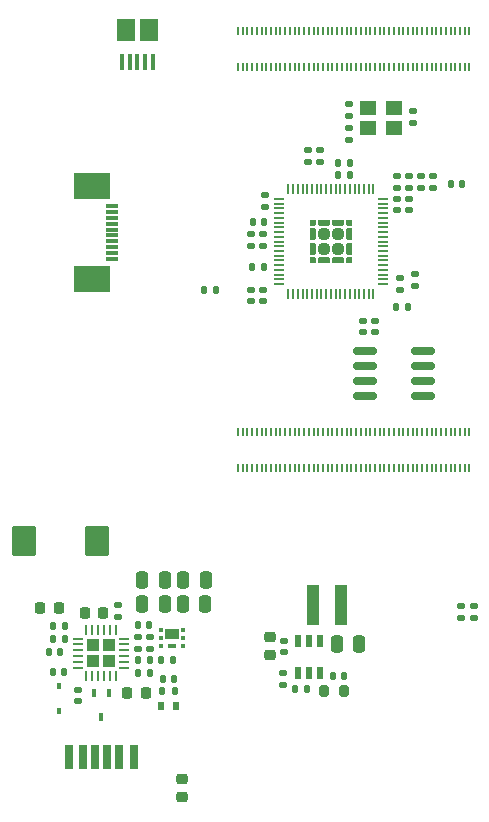
<source format=gbr>
%TF.GenerationSoftware,KiCad,Pcbnew,(6.0.4)*%
%TF.CreationDate,2022-08-11T23:06:16+02:00*%
%TF.ProjectId,MainBoard,4d61696e-426f-4617-9264-2e6b69636164,rev?*%
%TF.SameCoordinates,PXa344e00PY7102aa0*%
%TF.FileFunction,Paste,Top*%
%TF.FilePolarity,Positive*%
%FSLAX46Y46*%
G04 Gerber Fmt 4.6, Leading zero omitted, Abs format (unit mm)*
G04 Created by KiCad (PCBNEW (6.0.4)) date 2022-08-11 23:06:16*
%MOMM*%
%LPD*%
G01*
G04 APERTURE LIST*
G04 Aperture macros list*
%AMRoundRect*
0 Rectangle with rounded corners*
0 $1 Rounding radius*
0 $2 $3 $4 $5 $6 $7 $8 $9 X,Y pos of 4 corners*
0 Add a 4 corners polygon primitive as box body*
4,1,4,$2,$3,$4,$5,$6,$7,$8,$9,$2,$3,0*
0 Add four circle primitives for the rounded corners*
1,1,$1+$1,$2,$3*
1,1,$1+$1,$4,$5*
1,1,$1+$1,$6,$7*
1,1,$1+$1,$8,$9*
0 Add four rect primitives between the rounded corners*
20,1,$1+$1,$2,$3,$4,$5,0*
20,1,$1+$1,$4,$5,$6,$7,0*
20,1,$1+$1,$6,$7,$8,$9,0*
20,1,$1+$1,$8,$9,$2,$3,0*%
%AMFreePoly0*
4,1,16,0.405432,0.261726,0.405432,0.261725,0.463283,0.203876,0.483736,0.154497,0.483736,-0.212347,0.463283,-0.261726,0.413904,-0.282179,-0.413904,-0.282179,-0.463283,-0.261726,-0.483736,-0.212347,-0.483736,0.154497,-0.463281,0.203877,-0.405432,0.261726,-0.356053,0.282179,0.356053,0.282179,0.405432,0.261726,0.405432,0.261726,$1*%
%AMFreePoly1*
4,1,15,0.463283,0.261726,0.483736,0.212347,0.483736,-0.154497,0.463281,-0.203877,0.405432,-0.261726,0.356053,-0.282179,-0.356053,-0.282179,-0.405433,-0.261724,-0.463283,-0.203876,-0.483736,-0.154497,-0.483736,0.212347,-0.463283,0.261726,-0.413904,0.282179,0.413904,0.282179,0.463283,0.261726,0.463283,0.261726,$1*%
%AMFreePoly2*
4,1,16,0.261726,0.463283,0.282179,0.413904,0.282179,-0.413904,0.261726,-0.463283,0.212347,-0.483736,-0.154498,-0.483736,-0.168960,-0.477745,-0.203877,-0.463281,-0.261726,-0.405432,-0.282179,-0.356053,-0.282179,0.356053,-0.261724,0.405433,-0.203876,0.463283,-0.154498,0.483736,0.212347,0.483736,0.261726,0.463283,0.261726,0.463283,$1*%
%AMFreePoly3*
4,1,48,0.193769,0.277084,0.210256,0.277084,0.223594,0.267393,0.239272,0.262299,0.248962,0.248962,0.262299,0.239272,0.267393,0.223594,0.277084,0.210256,0.277084,0.193769,0.282178,0.178092,0.282178,-0.178092,0.277084,-0.193769,0.277084,-0.210256,0.267393,-0.223594,0.262299,-0.239272,0.248962,-0.248962,0.239272,-0.262299,0.223594,-0.267393,0.210256,-0.277084,0.193769,-0.277084,
0.178092,-0.282178,-0.091864,-0.282178,-0.099852,-0.279582,-0.108146,-0.280896,-0.129862,-0.269831,-0.153044,-0.262299,-0.157980,-0.255505,-0.165464,-0.251692,-0.251692,-0.165464,-0.255505,-0.157980,-0.262299,-0.153044,-0.269831,-0.129864,-0.280896,-0.108147,-0.279582,-0.099852,-0.282178,-0.091864,-0.282178,0.178092,-0.277084,0.193769,-0.277084,0.210256,-0.267393,0.223594,-0.262299,0.239272,
-0.248962,0.248962,-0.239272,0.262299,-0.223594,0.267393,-0.210256,0.277084,-0.193769,0.277084,-0.178092,0.282178,0.178092,0.282178,0.193769,0.277084,0.193769,0.277084,$1*%
%AMFreePoly4*
4,1,16,0.168960,0.477745,0.203876,0.463282,0.261726,0.405432,0.282179,0.356053,0.282179,-0.356053,0.261724,-0.405433,0.203876,-0.463283,0.154498,-0.483736,-0.212347,-0.483736,-0.261726,-0.463283,-0.282179,-0.413904,-0.282179,0.413904,-0.261726,0.463283,-0.212347,0.483736,0.154498,0.483736,0.168960,0.477745,0.168960,0.477745,$1*%
%AMFreePoly5*
4,1,48,0.099852,0.279582,0.108147,0.280896,0.129864,0.269831,0.153044,0.262299,0.157980,0.255505,0.165464,0.251692,0.251692,0.165464,0.255505,0.157980,0.262299,0.153044,0.269831,0.129862,0.280896,0.108146,0.279582,0.099852,0.282178,0.091864,0.282178,-0.178092,0.277084,-0.193769,0.277084,-0.210256,0.267393,-0.223594,0.262299,-0.239272,0.248962,-0.248962,0.239272,-0.262299,
0.223594,-0.267393,0.210256,-0.277084,0.193769,-0.277084,0.178092,-0.282178,-0.178092,-0.282178,-0.193769,-0.277084,-0.210256,-0.277084,-0.223594,-0.267393,-0.239272,-0.262299,-0.248962,-0.248962,-0.262299,-0.239272,-0.267393,-0.223594,-0.277084,-0.210256,-0.277084,-0.193769,-0.282178,-0.178092,-0.282178,0.178092,-0.277084,0.193769,-0.277084,0.210256,-0.267393,0.223594,-0.262299,0.239272,
-0.248962,0.248962,-0.239272,0.262299,-0.223594,0.267393,-0.210256,0.277084,-0.193769,0.277084,-0.178092,0.282178,0.091864,0.282178,0.099852,0.279582,0.099852,0.279582,$1*%
%AMFreePoly6*
4,1,48,0.193769,0.277084,0.210256,0.277084,0.223594,0.267393,0.239272,0.262299,0.248962,0.248962,0.262299,0.239272,0.267393,0.223594,0.277084,0.210256,0.277084,0.193769,0.282178,0.178092,0.282178,-0.091864,0.279582,-0.099852,0.280896,-0.108146,0.269831,-0.129862,0.262299,-0.153044,0.255505,-0.157980,0.251692,-0.165464,0.165464,-0.251692,0.157980,-0.255505,0.153044,-0.262299,
0.129864,-0.269831,0.108147,-0.280896,0.099852,-0.279582,0.091864,-0.282178,-0.178092,-0.282178,-0.193769,-0.277084,-0.210256,-0.277084,-0.223594,-0.267393,-0.239272,-0.262299,-0.248962,-0.248962,-0.262299,-0.239272,-0.267393,-0.223594,-0.277084,-0.210256,-0.277084,-0.193769,-0.282178,-0.178092,-0.282178,0.178092,-0.277084,0.193769,-0.277084,0.210256,-0.267393,0.223594,-0.262299,0.239272,
-0.248962,0.248962,-0.239272,0.262299,-0.223594,0.267393,-0.210256,0.277084,-0.193769,0.277084,-0.178092,0.282178,0.178092,0.282178,0.193769,0.277084,0.193769,0.277084,$1*%
%AMFreePoly7*
4,1,48,0.193769,0.277084,0.210256,0.277084,0.223594,0.267393,0.239272,0.262299,0.248962,0.248962,0.262299,0.239272,0.267393,0.223594,0.277084,0.210256,0.277084,0.193769,0.282178,0.178092,0.282178,-0.178092,0.277084,-0.193769,0.277084,-0.210256,0.267393,-0.223594,0.262299,-0.239272,0.248962,-0.248962,0.239272,-0.262299,0.223594,-0.267393,0.210256,-0.277084,0.193769,-0.277084,
0.178092,-0.282178,-0.178092,-0.282178,-0.193769,-0.277084,-0.210256,-0.277084,-0.223594,-0.267393,-0.239272,-0.262299,-0.248962,-0.248962,-0.262299,-0.239272,-0.267393,-0.223594,-0.277084,-0.210256,-0.277084,-0.193769,-0.282178,-0.178092,-0.282178,0.091864,-0.279582,0.099852,-0.280896,0.108147,-0.269831,0.129864,-0.262299,0.153044,-0.255505,0.157980,-0.251692,0.165464,-0.165464,0.251692,
-0.157980,0.255505,-0.153044,0.262299,-0.129862,0.269831,-0.108146,0.280896,-0.099852,0.279582,-0.091864,0.282178,0.178092,0.282178,0.193769,0.277084,0.193769,0.277084,$1*%
G04 Aperture macros list end*
%ADD10RoundRect,0.150000X-0.825000X-0.150000X0.825000X-0.150000X0.825000X0.150000X-0.825000X0.150000X0*%
%ADD11RoundRect,0.140000X0.140000X0.170000X-0.140000X0.170000X-0.140000X-0.170000X0.140000X-0.170000X0*%
%ADD12RoundRect,0.140000X0.170000X-0.140000X0.170000X0.140000X-0.170000X0.140000X-0.170000X-0.140000X0*%
%ADD13RoundRect,0.250000X-0.250000X-0.475000X0.250000X-0.475000X0.250000X0.475000X-0.250000X0.475000X0*%
%ADD14RoundRect,0.135000X-0.185000X0.135000X-0.185000X-0.135000X0.185000X-0.135000X0.185000X0.135000X0*%
%ADD15RoundRect,0.140000X-0.170000X0.140000X-0.170000X-0.140000X0.170000X-0.140000X0.170000X0.140000X0*%
%ADD16R,1.400000X1.200000*%
%ADD17RoundRect,0.218750X0.218750X0.256250X-0.218750X0.256250X-0.218750X-0.256250X0.218750X-0.256250X0*%
%ADD18RoundRect,0.140000X-0.140000X-0.170000X0.140000X-0.170000X0.140000X0.170000X-0.140000X0.170000X0*%
%ADD19RoundRect,0.135000X0.135000X0.185000X-0.135000X0.185000X-0.135000X-0.185000X0.135000X-0.185000X0*%
%ADD20R,0.980000X3.400000*%
%ADD21R,0.599999X1.000001*%
%ADD22RoundRect,0.225000X0.250000X-0.225000X0.250000X0.225000X-0.250000X0.225000X-0.250000X-0.225000X0*%
%ADD23RoundRect,0.135000X0.185000X-0.135000X0.185000X0.135000X-0.185000X0.135000X-0.185000X-0.135000X0*%
%ADD24R,0.550000X0.800000*%
%ADD25RoundRect,0.250000X-0.787500X-1.025000X0.787500X-1.025000X0.787500X1.025000X-0.787500X1.025000X0*%
%ADD26R,1.100000X0.300000*%
%ADD27R,3.100000X2.300000*%
%ADD28RoundRect,0.225000X0.225000X0.250000X-0.225000X0.250000X-0.225000X-0.250000X0.225000X-0.250000X0*%
%ADD29R,0.450000X0.700000*%
%ADD30RoundRect,0.250000X0.250000X0.475000X-0.250000X0.475000X-0.250000X-0.475000X0.250000X-0.475000X0*%
%ADD31RoundRect,0.200000X-0.200000X-0.275000X0.200000X-0.275000X0.200000X0.275000X-0.200000X0.275000X0*%
%ADD32RoundRect,0.250000X0.295000X-0.295000X0.295000X0.295000X-0.295000X0.295000X-0.295000X-0.295000X0*%
%ADD33RoundRect,0.062500X0.062500X-0.350000X0.062500X0.350000X-0.062500X0.350000X-0.062500X-0.350000X0*%
%ADD34RoundRect,0.062500X0.350000X-0.062500X0.350000X0.062500X-0.350000X0.062500X-0.350000X-0.062500X0*%
%ADD35RoundRect,0.147500X0.147500X0.172500X-0.147500X0.172500X-0.147500X-0.172500X0.147500X-0.172500X0*%
%ADD36RoundRect,0.135000X-0.135000X-0.185000X0.135000X-0.185000X0.135000X0.185000X-0.135000X0.185000X0*%
%ADD37RoundRect,0.225000X-0.250000X0.225000X-0.250000X-0.225000X0.250000X-0.225000X0.250000X0.225000X0*%
%ADD38R,0.425000X0.400000*%
%ADD39R,1.150000X0.950000*%
%ADD40R,0.750000X0.300000*%
%ADD41RoundRect,0.147500X-0.147500X-0.172500X0.147500X-0.172500X0.147500X0.172500X-0.147500X0.172500X0*%
%ADD42R,0.400000X1.350000*%
%ADD43R,1.500000X1.900000*%
%ADD44R,0.200000X0.700000*%
%ADD45R,0.700000X2.000000*%
%ADD46R,0.760000X2.000000*%
%ADD47R,0.800000X2.000000*%
%ADD48RoundRect,0.218750X-0.218750X-0.256250X0.218750X-0.256250X0.218750X0.256250X-0.218750X0.256250X0*%
%ADD49FreePoly0,90.000000*%
%ADD50FreePoly1,90.000000*%
%ADD51RoundRect,0.241868X0.241867X-0.241867X0.241867X0.241867X-0.241867X0.241867X-0.241867X-0.241867X0*%
%ADD52FreePoly2,90.000000*%
%ADD53FreePoly3,90.000000*%
%ADD54FreePoly4,90.000000*%
%ADD55FreePoly5,90.000000*%
%ADD56FreePoly6,90.000000*%
%ADD57FreePoly7,90.000000*%
%ADD58RoundRect,0.050000X0.050000X-0.362500X0.050000X0.362500X-0.050000X0.362500X-0.050000X-0.362500X0*%
%ADD59RoundRect,0.050000X0.362500X-0.050000X0.362500X0.050000X-0.362500X0.050000X-0.362500X-0.050000X0*%
%ADD60R,0.450000X0.600000*%
G04 APERTURE END LIST*
D10*
%TO.C,U5*%
X31025000Y41405000D03*
X31025000Y40135000D03*
X31025000Y38865000D03*
X31025000Y37595000D03*
X35975000Y37595000D03*
X35975000Y38865000D03*
X35975000Y40135000D03*
X35975000Y41405000D03*
%TD*%
D11*
%TO.C,C65*%
X12780000Y18200000D03*
X11820000Y18200000D03*
%TD*%
%TO.C,C84*%
X29280000Y13900000D03*
X28320000Y13900000D03*
%TD*%
D12*
%TO.C,C62*%
X6700000Y11720000D03*
X6700000Y12680000D03*
%TD*%
D13*
%TO.C,C72*%
X12170000Y22000000D03*
X14070000Y22000000D03*
%TD*%
D14*
%TO.C,R25*%
X24100000Y14110000D03*
X24100000Y13090000D03*
%TD*%
D12*
%TO.C,C30*%
X36770000Y55220000D03*
X36770000Y56180000D03*
%TD*%
D15*
%TO.C,C37*%
X35275000Y47880000D03*
X35275000Y46920000D03*
%TD*%
D16*
%TO.C,Y1*%
X31300000Y60250000D03*
X33500000Y60250000D03*
X33500000Y61950000D03*
X31300000Y61950000D03*
%TD*%
D17*
%TO.C,D10*%
X8887500Y19200000D03*
X7312500Y19200000D03*
%TD*%
D18*
%TO.C,C64*%
X4290000Y15900000D03*
X5250000Y15900000D03*
%TD*%
D19*
%TO.C,R16*%
X14810000Y15200000D03*
X13790000Y15200000D03*
%TD*%
D20*
%TO.C,L2*%
X26615000Y19900000D03*
X28985000Y19900000D03*
%TD*%
D12*
%TO.C,C45*%
X33770000Y53320000D03*
X33770000Y54280000D03*
%TD*%
D21*
%TO.C,U8*%
X27250001Y16875001D03*
X26300000Y16875001D03*
X25350002Y16875001D03*
X25350002Y14125001D03*
X26300000Y14125001D03*
X27250001Y14125001D03*
%TD*%
D22*
%TO.C,C82*%
X23000000Y15625000D03*
X23000000Y17175000D03*
%TD*%
D23*
%TO.C,R19*%
X12800000Y16190000D03*
X12800000Y17210000D03*
%TD*%
D11*
%TO.C,C49*%
X29750000Y56300000D03*
X28790000Y56300000D03*
%TD*%
D15*
%TO.C,C54*%
X21400000Y46580000D03*
X21400000Y45620000D03*
%TD*%
D24*
%TO.C,D5*%
X15047700Y11325400D03*
X13797700Y11325400D03*
%TD*%
D15*
%TO.C,C11*%
X35100000Y61680000D03*
X35100000Y60720000D03*
%TD*%
D14*
%TO.C,R10*%
X33975000Y47585000D03*
X33975000Y46565000D03*
%TD*%
%TO.C,R2*%
X40270000Y19810000D03*
X40270000Y18790000D03*
%TD*%
%TO.C,R3*%
X29700000Y60310000D03*
X29700000Y59290000D03*
%TD*%
D12*
%TO.C,C27*%
X34770000Y53320000D03*
X34770000Y54280000D03*
%TD*%
D25*
%TO.C,C79*%
X2157500Y25300000D03*
X8382500Y25300000D03*
%TD*%
D26*
%TO.C,J8*%
X9650000Y53675000D03*
X9650000Y53175000D03*
X9650000Y52675000D03*
X9650000Y52175000D03*
X9650000Y51675000D03*
X9650000Y51175000D03*
X9650000Y50675000D03*
X9650000Y50175000D03*
X9650000Y49675000D03*
X9650000Y49175000D03*
D27*
X7950000Y47505000D03*
X7950000Y55345000D03*
%TD*%
D12*
%TO.C,C50*%
X22400000Y50320000D03*
X22400000Y51280000D03*
%TD*%
D28*
%TO.C,C61*%
X12475000Y12400000D03*
X10925000Y12400000D03*
%TD*%
D14*
%TO.C,R1*%
X39185000Y19800000D03*
X39185000Y18780000D03*
%TD*%
D13*
%TO.C,C67*%
X12170000Y19950000D03*
X14070000Y19950000D03*
%TD*%
D14*
%TO.C,R4*%
X22540000Y54570000D03*
X22540000Y53550000D03*
%TD*%
D15*
%TO.C,C12*%
X26250000Y58380000D03*
X26250000Y57420000D03*
%TD*%
D11*
%TO.C,C32*%
X22480000Y52300000D03*
X21520000Y52300000D03*
%TD*%
D29*
%TO.C,D6*%
X9350000Y12400000D03*
X8050000Y12400000D03*
X8700000Y10400000D03*
%TD*%
D30*
%TO.C,C81*%
X17520000Y19950000D03*
X15620000Y19950000D03*
%TD*%
D18*
%TO.C,C42*%
X33690000Y45150000D03*
X34650000Y45150000D03*
%TD*%
D31*
%TO.C,R24*%
X27575000Y12600000D03*
X29225000Y12600000D03*
%TD*%
D15*
%TO.C,C44*%
X31875000Y43930000D03*
X31875000Y42970000D03*
%TD*%
D11*
%TO.C,C43*%
X22450000Y48500000D03*
X21490000Y48500000D03*
%TD*%
D32*
%TO.C,U6*%
X9375000Y16475000D03*
X8025000Y15125000D03*
X9375000Y15125000D03*
X8025000Y16475000D03*
D33*
X7450000Y13837500D03*
X7950000Y13837500D03*
X8450000Y13837500D03*
X8950000Y13837500D03*
X9450000Y13837500D03*
X9950000Y13837500D03*
D34*
X10662500Y14550000D03*
X10662500Y15050000D03*
X10662500Y15550000D03*
X10662500Y16050000D03*
X10662500Y16550000D03*
X10662500Y17050000D03*
D33*
X9950000Y17762500D03*
X9450000Y17762500D03*
X8950000Y17762500D03*
X8450000Y17762500D03*
X7950000Y17762500D03*
X7450000Y17762500D03*
D34*
X6737500Y17050000D03*
X6737500Y16550000D03*
X6737500Y16050000D03*
X6737500Y15550000D03*
X6737500Y15050000D03*
X6737500Y14550000D03*
%TD*%
D35*
%TO.C,FB4*%
X39285000Y55500000D03*
X38315000Y55500000D03*
%TD*%
D36*
%TO.C,R12*%
X11790000Y14100000D03*
X12810000Y14100000D03*
%TD*%
D37*
%TO.C,C60*%
X15500000Y5175000D03*
X15500000Y3625000D03*
%TD*%
D38*
%TO.C,Q1*%
X13762500Y17750000D03*
X13762500Y17100000D03*
X13762500Y16450000D03*
X15637500Y16450000D03*
X15637500Y17100000D03*
X15637500Y17750000D03*
D39*
X14700000Y17425000D03*
D40*
X14700000Y16450000D03*
%TD*%
D12*
%TO.C,C25*%
X35770000Y55220000D03*
X35770000Y56180000D03*
%TD*%
D15*
%TO.C,C13*%
X27200000Y58380000D03*
X27200000Y57420000D03*
%TD*%
D11*
%TO.C,C22*%
X29750000Y57300000D03*
X28790000Y57300000D03*
%TD*%
D13*
%TO.C,C85*%
X28650000Y16600000D03*
X30550000Y16600000D03*
%TD*%
D36*
%TO.C,R13*%
X4590000Y18100000D03*
X5610000Y18100000D03*
%TD*%
D23*
%TO.C,R18*%
X11800000Y16190000D03*
X11800000Y17210000D03*
%TD*%
D12*
%TO.C,C83*%
X24200000Y15920000D03*
X24200000Y16880000D03*
%TD*%
D15*
%TO.C,C51*%
X22400000Y46580000D03*
X22400000Y45620000D03*
%TD*%
%TO.C,C46*%
X30875000Y43930000D03*
X30875000Y42970000D03*
%TD*%
D41*
%TO.C,D7*%
X13915000Y13600000D03*
X14885000Y13600000D03*
%TD*%
D42*
%TO.C,J7*%
X13070000Y65847500D03*
X12420000Y65847500D03*
X11770000Y65847500D03*
X11120000Y65847500D03*
X10470000Y65847500D03*
D43*
X12770000Y68547500D03*
X10770000Y68547500D03*
%TD*%
D19*
%TO.C,R11*%
X14910000Y12600000D03*
X13890000Y12600000D03*
%TD*%
D30*
%TO.C,C78*%
X17540000Y22000000D03*
X15640000Y22000000D03*
%TD*%
D36*
%TO.C,R14*%
X11790000Y15200000D03*
X12810000Y15200000D03*
%TD*%
D23*
%TO.C,R17*%
X10100000Y18890000D03*
X10100000Y19910000D03*
%TD*%
D18*
%TO.C,C63*%
X4620000Y14200000D03*
X5580000Y14200000D03*
%TD*%
D44*
%TO.C,Module1*%
X20280000Y31490000D03*
X20280000Y34570000D03*
X20680000Y31490000D03*
X20680000Y34570000D03*
X21080000Y31490000D03*
X21080000Y34570000D03*
X21480000Y31490000D03*
X21480000Y34570000D03*
X21880000Y31490000D03*
X21880000Y34570000D03*
X22280000Y31490000D03*
X22280000Y34570000D03*
X22680000Y31490000D03*
X22680000Y34570000D03*
X23080000Y31490000D03*
X23080000Y34570000D03*
X23480000Y31490000D03*
X23480000Y34570000D03*
X23880000Y31490000D03*
X23880000Y34570000D03*
X24280000Y31490000D03*
X24280000Y34570000D03*
X24680000Y31490000D03*
X24680000Y34570000D03*
X25080000Y31490000D03*
X25080000Y34570000D03*
X25480000Y31490000D03*
X25480000Y34570000D03*
X25880000Y31490000D03*
X25880000Y34570000D03*
X26280000Y31490000D03*
X26280000Y34570000D03*
X26680000Y31490000D03*
X26680000Y34570000D03*
X27080000Y31490000D03*
X27080000Y34570000D03*
X27480000Y31490000D03*
X27480000Y34570000D03*
X27880000Y31490000D03*
X27880000Y34570000D03*
X28280000Y31490000D03*
X28280000Y34570000D03*
X28680000Y31490000D03*
X28680000Y34570000D03*
X29080000Y31490000D03*
X29080000Y34570000D03*
X29480000Y31490000D03*
X29480000Y34570000D03*
X29880000Y31490000D03*
X29880000Y34570000D03*
X30280000Y31490000D03*
X30280000Y34570000D03*
X30680000Y31490000D03*
X30680000Y34570000D03*
X31080000Y31490000D03*
X31080000Y34570000D03*
X31480000Y31490000D03*
X31480000Y34570000D03*
X31880000Y31490000D03*
X31880000Y34570000D03*
X32280000Y31490000D03*
X32280000Y34570000D03*
X32680000Y31490000D03*
X32680000Y34570000D03*
X33080000Y31490000D03*
X33080000Y34570000D03*
X33480000Y31490000D03*
X33480000Y34570000D03*
X33880000Y31490000D03*
X33880000Y34570000D03*
X34280000Y31490000D03*
X34280000Y34570000D03*
X34680000Y31490000D03*
X34680000Y34570000D03*
X35080000Y31490000D03*
X35080000Y34570000D03*
X35480000Y31490000D03*
X35480000Y34570000D03*
X35880000Y31490000D03*
X35880000Y34570000D03*
X36280000Y31490000D03*
X36280000Y34570000D03*
X36680000Y31490000D03*
X36680000Y34570000D03*
X37080000Y31490000D03*
X37080000Y34570000D03*
X37480000Y31490000D03*
X37480000Y34570000D03*
X37880000Y31490000D03*
X37880000Y34570000D03*
X38280000Y31490000D03*
X38280000Y34570000D03*
X38680000Y31490000D03*
X38680000Y34570000D03*
X39080000Y31490000D03*
X39080000Y34570000D03*
X39480000Y31490000D03*
X39480000Y34570000D03*
X39880000Y31490000D03*
X39880000Y34570000D03*
X20280000Y65410000D03*
X20280000Y68490000D03*
X20680000Y65410000D03*
X20680000Y68490000D03*
X21080000Y65410000D03*
X21080000Y68490000D03*
X21480000Y65410000D03*
X21480000Y68490000D03*
X21880000Y65410000D03*
X21880000Y68490000D03*
X22280000Y65410000D03*
X22280000Y68490000D03*
X22680000Y65410000D03*
X22680000Y68490000D03*
X23080000Y65410000D03*
X23080000Y68490000D03*
X23480000Y65410000D03*
X23480000Y68490000D03*
X23880000Y65410000D03*
X23880000Y68490000D03*
X24280000Y65410000D03*
X24280000Y68490000D03*
X24680000Y65410000D03*
X24680000Y68490000D03*
X25080000Y65410000D03*
X25080000Y68490000D03*
X25480000Y65410000D03*
X25480000Y68490000D03*
X25880000Y65410000D03*
X25880000Y68490000D03*
X26280000Y65410000D03*
X26280000Y68490000D03*
X26680000Y65410000D03*
X26680000Y68490000D03*
X27080000Y65410000D03*
X27080000Y68490000D03*
X27480000Y65410000D03*
X27480000Y68490000D03*
X27880000Y65410000D03*
X27880000Y68490000D03*
X28280000Y65410000D03*
X28280000Y68490000D03*
X28680000Y65410000D03*
X28680000Y68490000D03*
X29080000Y65410000D03*
X29080000Y68490000D03*
X29480000Y65410000D03*
X29480000Y68490000D03*
X29880000Y65410000D03*
X29880000Y68490000D03*
X30280000Y65410000D03*
X30280000Y68490000D03*
X30680000Y65410000D03*
X30680000Y68490000D03*
X31080000Y65410000D03*
X31080000Y68490000D03*
X31480000Y65410000D03*
X31480000Y68490000D03*
X31880000Y65410000D03*
X31880000Y68490000D03*
X32280000Y65410000D03*
X32280000Y68490000D03*
X32680000Y65410000D03*
X32680000Y68490000D03*
X33080000Y65410000D03*
X33080000Y68490000D03*
X33480000Y65410000D03*
X33480000Y68490000D03*
X33880000Y65410000D03*
X33880000Y68490000D03*
X34280000Y65410000D03*
X34280000Y68490000D03*
X34680000Y65410000D03*
X34680000Y68490000D03*
X35080000Y65410000D03*
X35080000Y68490000D03*
X35480000Y65410000D03*
X35480000Y68490000D03*
X35880000Y65410000D03*
X35880000Y68490000D03*
X36280000Y65410000D03*
X36280000Y68490000D03*
X36680000Y65410000D03*
X36680000Y68490000D03*
X37080000Y65410000D03*
X37080000Y68490000D03*
X37480000Y65410000D03*
X37480000Y68490000D03*
X37880000Y65410000D03*
X37880000Y68490000D03*
X38280000Y65410000D03*
X38280000Y68490000D03*
X38680000Y65410000D03*
X38680000Y68490000D03*
X39080000Y65410000D03*
X39080000Y68490000D03*
X39480000Y65410000D03*
X39480000Y68490000D03*
X39880000Y65410000D03*
X39880000Y68490000D03*
%TD*%
D45*
%TO.C,J1*%
X8200000Y7000000D03*
D46*
X10220000Y7000000D03*
D47*
X11450000Y7000000D03*
D45*
X9200000Y7000000D03*
D46*
X7180000Y7000000D03*
D47*
X5950000Y7000000D03*
%TD*%
D12*
%TO.C,C40*%
X34770000Y55220000D03*
X34770000Y56180000D03*
%TD*%
D41*
%TO.C,FB1*%
X17415000Y46600000D03*
X18385000Y46600000D03*
%TD*%
D19*
%TO.C,R26*%
X26110000Y12800000D03*
X25090000Y12800000D03*
%TD*%
D48*
%TO.C,D9*%
X3512500Y19600000D03*
X5087500Y19600000D03*
%TD*%
D12*
%TO.C,C55*%
X21400000Y50320000D03*
X21400000Y51280000D03*
%TD*%
%TO.C,C2*%
X29700000Y61320000D03*
X29700000Y62280000D03*
%TD*%
%TO.C,C35*%
X33770000Y55220000D03*
X33770000Y56180000D03*
%TD*%
D49*
%TO.C,U4*%
X29700000Y50060000D03*
D50*
X26600000Y51260000D03*
D51*
X28750000Y50060000D03*
D50*
X26600000Y50060000D03*
D52*
X28750000Y52210000D03*
D51*
X27550000Y51260000D03*
D49*
X29700000Y51260000D03*
D53*
X26600000Y52210000D03*
D52*
X27550000Y52210000D03*
D54*
X27550000Y49110000D03*
D55*
X29700000Y49110000D03*
D51*
X28750000Y51260000D03*
D54*
X28750000Y49110000D03*
D56*
X26600000Y49110000D03*
D51*
X27550000Y50060000D03*
D57*
X29700000Y52210000D03*
D58*
X24550000Y46222500D03*
X24950000Y46222500D03*
X25350000Y46222500D03*
X25750000Y46222500D03*
X26150000Y46222500D03*
X26550000Y46222500D03*
X26950000Y46222500D03*
X27350000Y46222500D03*
X27750000Y46222500D03*
X28150000Y46222500D03*
X28550000Y46222500D03*
X28950000Y46222500D03*
X29350000Y46222500D03*
X29750000Y46222500D03*
X30150000Y46222500D03*
X30550000Y46222500D03*
X30950000Y46222500D03*
X31350000Y46222500D03*
X31750000Y46222500D03*
D59*
X32587500Y47060000D03*
X32587500Y47460000D03*
X32587500Y47860000D03*
X32587500Y48260000D03*
X32587500Y48660000D03*
X32587500Y49060000D03*
X32587500Y49460000D03*
X32587500Y49860000D03*
X32587500Y50260000D03*
X32587500Y50660000D03*
X32587500Y51060000D03*
X32587500Y51460000D03*
X32587500Y51860000D03*
X32587500Y52260000D03*
X32587500Y52660000D03*
X32587500Y53060000D03*
X32587500Y53460000D03*
X32587500Y53860000D03*
X32587500Y54260000D03*
D58*
X31750000Y55097500D03*
X31350000Y55097500D03*
X30950000Y55097500D03*
X30550000Y55097500D03*
X30150000Y55097500D03*
X29750000Y55097500D03*
X29350000Y55097500D03*
X28950000Y55097500D03*
X28550000Y55097500D03*
X28150000Y55097500D03*
X27750000Y55097500D03*
X27350000Y55097500D03*
X26950000Y55097500D03*
X26550000Y55097500D03*
X26150000Y55097500D03*
X25750000Y55097500D03*
X25350000Y55097500D03*
X24950000Y55097500D03*
X24550000Y55097500D03*
D59*
X23712500Y54260000D03*
X23712500Y53860000D03*
X23712500Y53460000D03*
X23712500Y53060000D03*
X23712500Y52660000D03*
X23712500Y52260000D03*
X23712500Y51860000D03*
X23712500Y51460000D03*
X23712500Y51060000D03*
X23712500Y50660000D03*
X23712500Y50260000D03*
X23712500Y49860000D03*
X23712500Y49460000D03*
X23712500Y49060000D03*
X23712500Y48660000D03*
X23712500Y48260000D03*
X23712500Y47860000D03*
X23712500Y47460000D03*
X23712500Y47060000D03*
%TD*%
D60*
%TO.C,D8*%
X5100000Y10900000D03*
X5100000Y13000000D03*
%TD*%
D19*
%TO.C,R15*%
X5610000Y17000000D03*
X4590000Y17000000D03*
%TD*%
M02*

</source>
